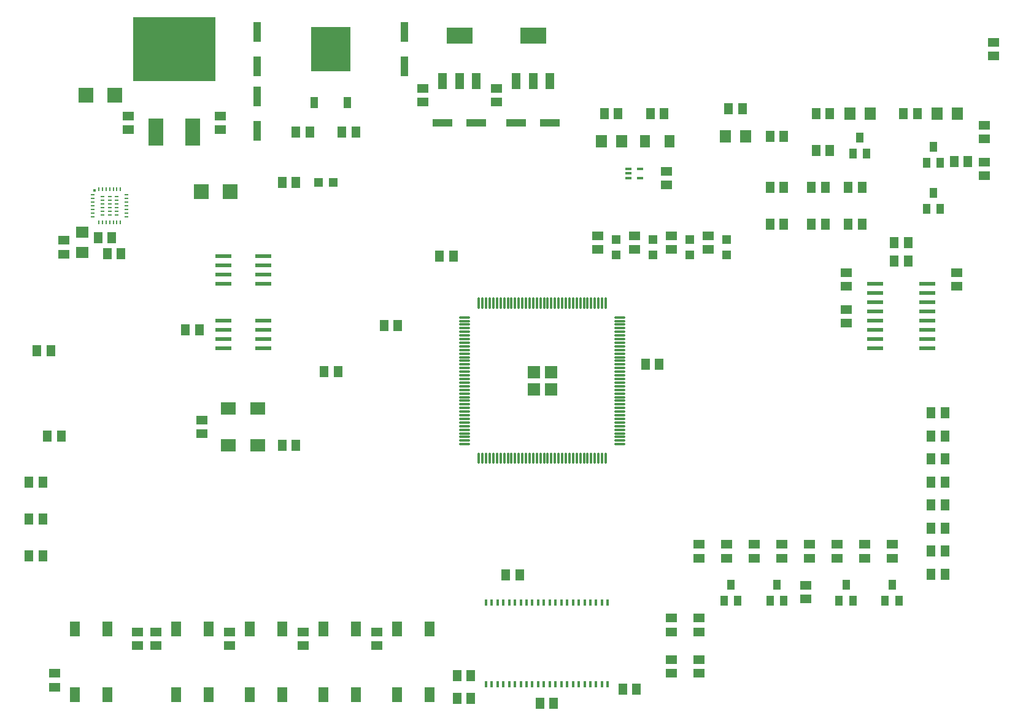
<source format=gtp>
G75*
%MOIN*%
%OFA0B0*%
%FSLAX24Y24*%
%IPPOS*%
%LPD*%
%AMOC8*
5,1,8,0,0,1.08239X$1,22.5*
%
%ADD10R,0.0157X0.0354*%
%ADD11R,0.0694X0.0693*%
%ADD12R,0.0693X0.0693*%
%ADD13R,0.0694X0.0694*%
%ADD14R,0.0693X0.0694*%
%ADD15C,0.0118*%
%ADD16R,0.0220X0.0102*%
%ADD17R,0.0102X0.0220*%
%ADD18R,0.0157X0.0157*%
%ADD19R,0.0820X0.1500*%
%ADD20R,0.4500X0.3500*%
%ADD21R,0.0394X0.1102*%
%ADD22R,0.0787X0.0787*%
%ADD23R,0.2126X0.2441*%
%ADD24R,0.0394X0.0630*%
%ADD25R,0.0591X0.0512*%
%ADD26R,0.0512X0.0591*%
%ADD27R,0.0480X0.0880*%
%ADD28R,0.1417X0.0866*%
%ADD29R,0.1102X0.0394*%
%ADD30R,0.0709X0.0630*%
%ADD31R,0.0394X0.0551*%
%ADD32R,0.0354X0.0157*%
%ADD33R,0.0551X0.0709*%
%ADD34R,0.0630X0.0709*%
%ADD35R,0.0866X0.0236*%
%ADD36R,0.0787X0.0701*%
%ADD37R,0.0551X0.0827*%
%ADD38R,0.0472X0.0472*%
D10*
X030089Y002545D03*
X030404Y002545D03*
X030719Y002545D03*
X031034Y002545D03*
X031349Y002545D03*
X031664Y002545D03*
X031979Y002545D03*
X032294Y002545D03*
X032609Y002545D03*
X032924Y002545D03*
X033239Y002545D03*
X033554Y002545D03*
X033869Y002545D03*
X034183Y002545D03*
X034498Y002545D03*
X034813Y002545D03*
X035128Y002545D03*
X035443Y002545D03*
X035758Y002545D03*
X036073Y002545D03*
X036388Y002545D03*
X036703Y002545D03*
X036703Y006955D03*
X036388Y006955D03*
X036073Y006955D03*
X035758Y006955D03*
X035443Y006955D03*
X035128Y006955D03*
X034813Y006955D03*
X034498Y006955D03*
X034183Y006955D03*
X033869Y006955D03*
X033554Y006955D03*
X033239Y006955D03*
X032924Y006955D03*
X032609Y006955D03*
X032294Y006955D03*
X031979Y006955D03*
X031664Y006955D03*
X031349Y006955D03*
X031034Y006955D03*
X030719Y006955D03*
X030404Y006955D03*
X030089Y006955D03*
D11*
X032681Y019465D03*
D12*
X033611Y019465D03*
D13*
X032681Y018535D03*
D14*
X033611Y018535D03*
D15*
X037123Y018508D02*
X037595Y018508D01*
X037595Y018705D02*
X037123Y018705D01*
X037123Y018902D02*
X037595Y018902D01*
X037595Y019098D02*
X037123Y019098D01*
X037123Y019295D02*
X037595Y019295D01*
X037595Y019492D02*
X037123Y019492D01*
X037123Y019689D02*
X037595Y019689D01*
X037595Y019886D02*
X037123Y019886D01*
X037123Y020083D02*
X037595Y020083D01*
X037595Y020280D02*
X037123Y020280D01*
X037123Y020476D02*
X037595Y020476D01*
X037595Y020673D02*
X037123Y020673D01*
X037123Y020870D02*
X037595Y020870D01*
X037595Y021067D02*
X037123Y021067D01*
X037123Y021264D02*
X037595Y021264D01*
X037595Y021461D02*
X037123Y021461D01*
X037123Y021657D02*
X037595Y021657D01*
X037595Y021854D02*
X037123Y021854D01*
X037123Y022051D02*
X037595Y022051D01*
X037595Y022248D02*
X037123Y022248D01*
X037123Y022445D02*
X037595Y022445D01*
X036591Y022977D02*
X036591Y023449D01*
X036394Y023449D02*
X036394Y022977D01*
X036197Y022977D02*
X036197Y023449D01*
X036000Y023449D02*
X036000Y022977D01*
X035804Y022977D02*
X035804Y023449D01*
X035607Y023449D02*
X035607Y022977D01*
X035410Y022977D02*
X035410Y023449D01*
X035213Y023449D02*
X035213Y022977D01*
X035016Y022977D02*
X035016Y023449D01*
X034819Y023449D02*
X034819Y022977D01*
X034622Y022977D02*
X034622Y023449D01*
X034426Y023449D02*
X034426Y022977D01*
X034229Y022977D02*
X034229Y023449D01*
X034032Y023449D02*
X034032Y022977D01*
X033835Y022977D02*
X033835Y023449D01*
X033638Y023449D02*
X033638Y022977D01*
X033441Y022977D02*
X033441Y023449D01*
X033244Y023449D02*
X033244Y022977D01*
X033048Y022977D02*
X033048Y023449D01*
X032851Y023449D02*
X032851Y022977D01*
X032654Y022977D02*
X032654Y023449D01*
X032457Y023449D02*
X032457Y022977D01*
X032260Y022977D02*
X032260Y023449D01*
X032063Y023449D02*
X032063Y022977D01*
X031867Y022977D02*
X031867Y023449D01*
X031670Y023449D02*
X031670Y022977D01*
X031473Y022977D02*
X031473Y023449D01*
X031276Y023449D02*
X031276Y022977D01*
X031079Y022977D02*
X031079Y023449D01*
X030882Y023449D02*
X030882Y022977D01*
X030685Y022977D02*
X030685Y023449D01*
X030489Y023449D02*
X030489Y022977D01*
X030292Y022977D02*
X030292Y023449D01*
X030095Y023449D02*
X030095Y022977D01*
X029898Y022977D02*
X029898Y023449D01*
X029701Y023449D02*
X029701Y022977D01*
X029169Y022445D02*
X028697Y022445D01*
X028697Y022248D02*
X029169Y022248D01*
X029169Y022051D02*
X028697Y022051D01*
X028697Y021854D02*
X029169Y021854D01*
X029169Y021657D02*
X028697Y021657D01*
X028697Y021461D02*
X029169Y021461D01*
X029169Y021264D02*
X028697Y021264D01*
X028697Y021067D02*
X029169Y021067D01*
X029169Y020870D02*
X028697Y020870D01*
X028697Y020673D02*
X029169Y020673D01*
X029169Y020476D02*
X028697Y020476D01*
X028697Y020280D02*
X029169Y020280D01*
X029169Y020083D02*
X028697Y020083D01*
X028697Y019886D02*
X029169Y019886D01*
X029169Y019689D02*
X028697Y019689D01*
X028697Y019492D02*
X029169Y019492D01*
X029169Y019295D02*
X028697Y019295D01*
X028697Y019098D02*
X029169Y019098D01*
X029169Y018902D02*
X028697Y018902D01*
X028697Y018705D02*
X029169Y018705D01*
X029169Y018508D02*
X028697Y018508D01*
X028697Y018311D02*
X029169Y018311D01*
X029169Y018114D02*
X028697Y018114D01*
X028697Y017917D02*
X029169Y017917D01*
X029169Y017720D02*
X028697Y017720D01*
X028697Y017524D02*
X029169Y017524D01*
X029169Y017327D02*
X028697Y017327D01*
X028697Y017130D02*
X029169Y017130D01*
X029169Y016933D02*
X028697Y016933D01*
X028697Y016736D02*
X029169Y016736D01*
X029169Y016539D02*
X028697Y016539D01*
X028697Y016343D02*
X029169Y016343D01*
X029169Y016146D02*
X028697Y016146D01*
X028697Y015949D02*
X029169Y015949D01*
X029169Y015752D02*
X028697Y015752D01*
X028697Y015555D02*
X029169Y015555D01*
X029701Y015023D02*
X029701Y014551D01*
X029898Y014551D02*
X029898Y015023D01*
X030095Y015023D02*
X030095Y014551D01*
X030292Y014551D02*
X030292Y015023D01*
X030489Y015023D02*
X030489Y014551D01*
X030685Y014551D02*
X030685Y015023D01*
X030882Y015023D02*
X030882Y014551D01*
X031079Y014551D02*
X031079Y015023D01*
X031276Y015023D02*
X031276Y014551D01*
X031473Y014551D02*
X031473Y015023D01*
X031670Y015023D02*
X031670Y014551D01*
X031867Y014551D02*
X031867Y015023D01*
X032063Y015023D02*
X032063Y014551D01*
X032260Y014551D02*
X032260Y015023D01*
X032457Y015023D02*
X032457Y014551D01*
X032654Y014551D02*
X032654Y015023D01*
X032851Y015023D02*
X032851Y014551D01*
X033048Y014551D02*
X033048Y015023D01*
X033244Y015023D02*
X033244Y014551D01*
X033441Y014551D02*
X033441Y015023D01*
X033638Y015023D02*
X033638Y014551D01*
X033835Y014551D02*
X033835Y015023D01*
X034032Y015023D02*
X034032Y014551D01*
X034229Y014551D02*
X034229Y015023D01*
X034426Y015023D02*
X034426Y014551D01*
X034622Y014551D02*
X034622Y015023D01*
X034819Y015023D02*
X034819Y014551D01*
X035016Y014551D02*
X035016Y015023D01*
X035213Y015023D02*
X035213Y014551D01*
X035410Y014551D02*
X035410Y015023D01*
X035607Y015023D02*
X035607Y014551D01*
X035804Y014551D02*
X035804Y015023D01*
X036000Y015023D02*
X036000Y014551D01*
X036197Y014551D02*
X036197Y015023D01*
X036394Y015023D02*
X036394Y014551D01*
X036591Y014551D02*
X036591Y015023D01*
X037123Y015555D02*
X037595Y015555D01*
X037595Y015752D02*
X037123Y015752D01*
X037123Y015949D02*
X037595Y015949D01*
X037595Y016146D02*
X037123Y016146D01*
X037123Y016343D02*
X037595Y016343D01*
X037595Y016539D02*
X037123Y016539D01*
X037123Y016736D02*
X037595Y016736D01*
X037595Y016933D02*
X037123Y016933D01*
X037123Y017130D02*
X037595Y017130D01*
X037595Y017327D02*
X037123Y017327D01*
X037123Y017524D02*
X037595Y017524D01*
X037595Y017720D02*
X037123Y017720D01*
X037123Y017917D02*
X037595Y017917D01*
X037595Y018114D02*
X037123Y018114D01*
X037123Y018311D02*
X037595Y018311D01*
D16*
X010552Y027909D03*
X010552Y028106D03*
X010552Y028303D03*
X010552Y028500D03*
X010552Y028697D03*
X010552Y028894D03*
X010552Y029091D03*
X010040Y028992D03*
X010040Y028795D03*
X010040Y028598D03*
X010040Y028402D03*
X010040Y028205D03*
X010040Y028008D03*
X009646Y028008D03*
X009646Y028205D03*
X009646Y028402D03*
X009646Y028598D03*
X009646Y028795D03*
X009646Y028992D03*
X009252Y028992D03*
X009252Y028795D03*
X009252Y028598D03*
X009252Y028402D03*
X009252Y028205D03*
X009252Y028008D03*
X008741Y028106D03*
X008741Y027909D03*
X008741Y028303D03*
X008741Y028500D03*
X008741Y028697D03*
X008741Y028894D03*
X008741Y029091D03*
D17*
X009056Y029406D03*
X009252Y029406D03*
X009449Y029406D03*
X009646Y029406D03*
X009843Y029406D03*
X010040Y029406D03*
X010237Y029406D03*
X010237Y027594D03*
X010040Y027594D03*
X009843Y027594D03*
X009646Y027594D03*
X009449Y027594D03*
X009252Y027594D03*
X009056Y027594D03*
D18*
X008819Y029327D03*
D19*
X012146Y032500D03*
X014146Y032500D03*
D20*
X013146Y037000D03*
D21*
X017646Y036075D03*
X017646Y034425D03*
X017646Y032575D03*
X025646Y036075D03*
X025646Y037925D03*
X017646Y037925D03*
D22*
X009933Y034500D03*
X008359Y034500D03*
X014634Y029250D03*
X016209Y029250D03*
D23*
X021646Y036984D03*
D24*
X020748Y034110D03*
X022544Y034110D03*
D25*
X006646Y002376D03*
X006646Y003124D03*
X011146Y004626D03*
X011146Y005374D03*
X012146Y005374D03*
X012146Y004626D03*
X016146Y004626D03*
X016146Y005374D03*
X020146Y005374D03*
X020146Y004626D03*
X024146Y004626D03*
X024146Y005374D03*
X040146Y005376D03*
X040146Y006124D03*
X041646Y006124D03*
X041646Y005376D03*
X041646Y003874D03*
X041646Y003126D03*
X040146Y003126D03*
X040146Y003874D03*
X047463Y007161D03*
X047463Y007909D03*
X047646Y009376D03*
X047646Y010124D03*
X046146Y010124D03*
X046146Y009376D03*
X044646Y009376D03*
X044646Y010124D03*
X043146Y010124D03*
X043146Y009376D03*
X041646Y009376D03*
X041646Y010124D03*
X049146Y010124D03*
X049146Y009376D03*
X050646Y009376D03*
X050646Y010124D03*
X052146Y010124D03*
X052146Y009376D03*
X049646Y022126D03*
X049646Y022874D03*
X049646Y024126D03*
X049646Y024874D03*
X055646Y024874D03*
X055646Y024126D03*
X057146Y030126D03*
X057146Y030874D03*
X057146Y032126D03*
X057146Y032874D03*
X057646Y036626D03*
X057646Y037374D03*
X042146Y026874D03*
X042146Y026126D03*
X040146Y026126D03*
X040146Y026874D03*
X038146Y026874D03*
X038146Y026126D03*
X036146Y026126D03*
X036146Y026874D03*
X039896Y029626D03*
X039896Y030374D03*
X030646Y034126D03*
X030646Y034874D03*
X026646Y034874D03*
X026646Y034126D03*
X015646Y033374D03*
X015646Y032626D03*
X010646Y032626D03*
X010646Y033374D03*
X007146Y026624D03*
X007146Y025876D03*
X014646Y016874D03*
X014646Y016126D03*
D26*
X019022Y015500D03*
X019770Y015500D03*
X021300Y019488D03*
X022048Y019488D03*
X024550Y021994D03*
X025298Y021994D03*
X027575Y025776D03*
X028323Y025776D03*
X019770Y029750D03*
X019022Y029750D03*
X019772Y032500D03*
X020520Y032500D03*
X022272Y032500D03*
X023020Y032500D03*
X010270Y025888D03*
X009522Y025888D03*
X009770Y026750D03*
X009022Y026750D03*
X013772Y021750D03*
X014520Y021750D03*
X006447Y020634D03*
X005699Y020634D03*
X006272Y016000D03*
X007020Y016000D03*
X006020Y013500D03*
X005272Y013500D03*
X005272Y011500D03*
X006020Y011500D03*
X006020Y009500D03*
X005272Y009500D03*
X028522Y003000D03*
X029270Y003000D03*
X029270Y001750D03*
X028522Y001750D03*
X033022Y001500D03*
X033770Y001500D03*
X037522Y002250D03*
X038270Y002250D03*
X031916Y008470D03*
X031168Y008470D03*
X038752Y019913D03*
X039500Y019913D03*
X045522Y027500D03*
X046270Y027500D03*
X047772Y027500D03*
X048520Y027500D03*
X049772Y027500D03*
X050520Y027500D03*
X052272Y026500D03*
X053020Y026500D03*
X053020Y025500D03*
X052272Y025500D03*
X050520Y029500D03*
X049772Y029500D03*
X048520Y029500D03*
X047772Y029500D03*
X046270Y029500D03*
X045522Y029500D03*
X048022Y031500D03*
X048770Y031500D03*
X046270Y032250D03*
X045522Y032250D03*
X048022Y033500D03*
X048770Y033500D03*
X052772Y033500D03*
X053520Y033500D03*
X055516Y030886D03*
X056264Y030886D03*
X044020Y033750D03*
X043272Y033750D03*
X039770Y033500D03*
X039022Y033500D03*
X037270Y033500D03*
X036522Y033500D03*
X054272Y017250D03*
X055020Y017250D03*
X055020Y016000D03*
X054272Y016000D03*
X054272Y014750D03*
X055020Y014750D03*
X055020Y013500D03*
X054272Y013500D03*
X054272Y012250D03*
X055020Y012250D03*
X055020Y011000D03*
X054272Y011000D03*
X054272Y009750D03*
X055020Y009750D03*
X055020Y008500D03*
X054272Y008500D03*
D27*
X033556Y035280D03*
X032646Y035280D03*
X031736Y035280D03*
X029556Y035280D03*
X028646Y035280D03*
X027736Y035280D03*
D28*
X028646Y037720D03*
X032646Y037720D03*
D29*
X031721Y033000D03*
X033571Y033000D03*
X029571Y033000D03*
X027721Y033000D03*
D30*
X008146Y027051D03*
X008146Y025949D03*
D31*
X043396Y007933D03*
X043022Y007067D03*
X043770Y007067D03*
X045522Y007067D03*
X046270Y007067D03*
X045896Y007933D03*
X049272Y007067D03*
X050020Y007067D03*
X049646Y007933D03*
X051772Y007067D03*
X052520Y007067D03*
X052146Y007933D03*
X054022Y028317D03*
X054770Y028317D03*
X054396Y029183D03*
X054022Y030817D03*
X054770Y030817D03*
X054396Y031683D03*
X050770Y031317D03*
X050022Y031317D03*
X050396Y032183D03*
D32*
X038461Y030506D03*
X038461Y029994D03*
X037831Y029994D03*
X037831Y030250D03*
X037831Y030506D03*
D33*
X038727Y032000D03*
X040065Y032000D03*
D34*
X037447Y032000D03*
X036345Y032000D03*
X043095Y032250D03*
X044197Y032250D03*
X049845Y033500D03*
X050947Y033500D03*
X054595Y033500D03*
X055697Y033500D03*
D35*
X054063Y024250D03*
X054063Y023750D03*
X054063Y023250D03*
X054063Y022750D03*
X054063Y022250D03*
X054063Y021750D03*
X054063Y021250D03*
X054063Y020750D03*
X051229Y020750D03*
X051229Y021250D03*
X051229Y021750D03*
X051229Y022250D03*
X051229Y022750D03*
X051229Y023250D03*
X051229Y023750D03*
X051229Y024250D03*
X017979Y024250D03*
X017979Y024750D03*
X017979Y025250D03*
X017979Y025750D03*
X015813Y025750D03*
X015813Y025250D03*
X015813Y024750D03*
X015813Y024250D03*
X015813Y022250D03*
X015813Y021750D03*
X015813Y021250D03*
X015813Y020750D03*
X017979Y020750D03*
X017979Y021250D03*
X017979Y021750D03*
X017979Y022250D03*
D36*
X017683Y017500D03*
X016109Y017500D03*
X016109Y015500D03*
X017683Y015500D03*
D37*
X017260Y005541D03*
X019032Y005541D03*
X021260Y005541D03*
X023032Y005541D03*
X025260Y005541D03*
X027032Y005541D03*
X027032Y001959D03*
X025260Y001959D03*
X023032Y001959D03*
X021260Y001959D03*
X019032Y001959D03*
X017260Y001959D03*
X015032Y001959D03*
X013260Y001959D03*
X009532Y001959D03*
X007760Y001959D03*
X007760Y005541D03*
X009532Y005541D03*
X013260Y005541D03*
X015032Y005541D03*
D38*
X037146Y025837D03*
X037146Y026663D03*
X039146Y026663D03*
X039146Y025837D03*
X041146Y025837D03*
X041146Y026663D03*
X043146Y026663D03*
X043146Y025837D03*
X021809Y029750D03*
X020983Y029750D03*
M02*

</source>
